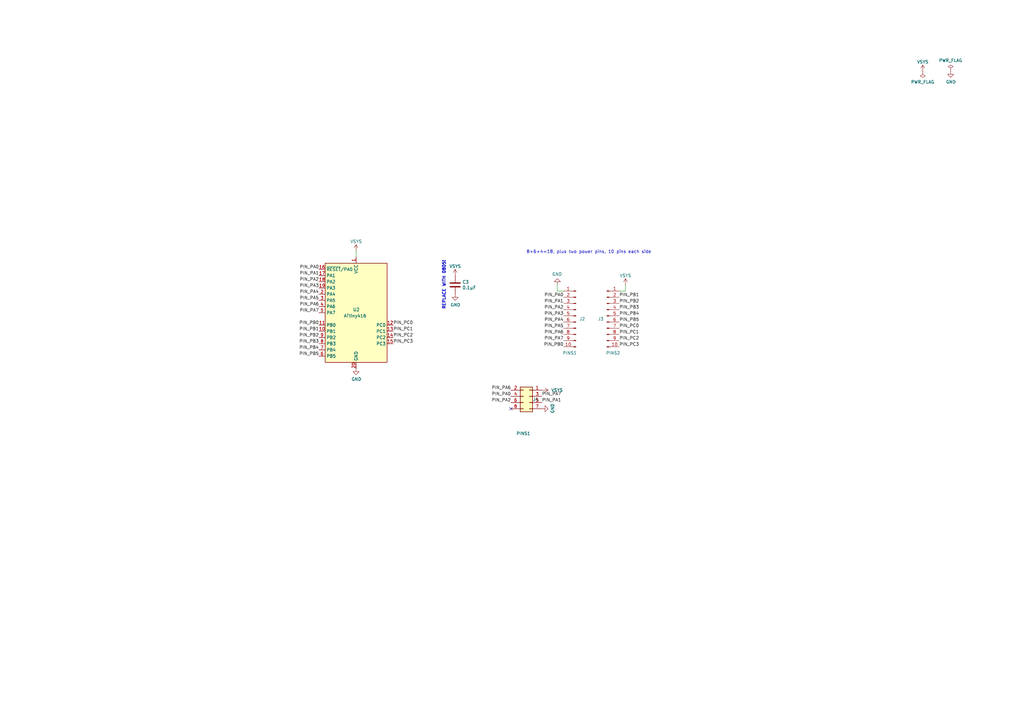
<source format=kicad_sch>
(kicad_sch (version 20211123) (generator eeschema)
  (paper "A3")
  (lib_symbols
    (symbol "Connector:Conn_01x10_Male" (pin_names (offset 1.016) hide)
      (property "Reference" "J" (at 0 12.7 0))
      (property "Value" "Conn_01x10_Male" (at 0 -15.24 0))
      (symbol "Conn_01x10_Male_1_1"
        (polyline (pts (xy 1.27 -12.7) (xy 0.8636 -12.7)) (stroke (width 0.1524)))
        (polyline (pts (xy 1.27 -10.16) (xy 0.8636 -10.16)) (stroke (width 0.1524)))
        (polyline (pts (xy 1.27 -7.62) (xy 0.8636 -7.62)) (stroke (width 0.1524)))
        (polyline (pts (xy 1.27 -5.08) (xy 0.8636 -5.08)) (stroke (width 0.1524)))
        (polyline (pts (xy 1.27 -2.54) (xy 0.8636 -2.54)) (stroke (width 0.1524)))
        (polyline (pts (xy 1.27 0) (xy 0.8636 0)) (stroke (width 0.1524)))
        (polyline (pts (xy 1.27 2.54) (xy 0.8636 2.54)) (stroke (width 0.1524)))
        (polyline (pts (xy 1.27 5.08) (xy 0.8636 5.08)) (stroke (width 0.1524)))
        (polyline (pts (xy 1.27 7.62) (xy 0.8636 7.62)) (stroke (width 0.1524)))
        (polyline (pts (xy 1.27 10.16) (xy 0.8636 10.16)) (stroke (width 0.1524)))
        (rectangle (start 0.8636 -12.573) (end 0 -12.827) (stroke (width 0.1524)) (fill (type outline)))
        (rectangle (start 0.8636 -10.033) (end 0 -10.287) (stroke (width 0.1524)) (fill (type outline)))
        (rectangle (start 0.8636 -7.493) (end 0 -7.747) (stroke (width 0.1524)) (fill (type outline)))
        (rectangle (start 0.8636 -4.953) (end 0 -5.207) (stroke (width 0.1524)) (fill (type outline)))
        (rectangle (start 0.8636 -2.413) (end 0 -2.667) (stroke (width 0.1524)) (fill (type outline)))
        (rectangle (start 0.8636 0.127) (end 0 -0.127) (stroke (width 0.1524)) (fill (type outline)))
        (rectangle (start 0.8636 2.667) (end 0 2.413) (stroke (width 0.1524)) (fill (type outline)))
        (rectangle (start 0.8636 5.207) (end 0 4.953) (stroke (width 0.1524)) (fill (type outline)))
        (rectangle (start 0.8636 7.747) (end 0 7.493) (stroke (width 0.1524)) (fill (type outline)))
        (rectangle (start 0.8636 10.287) (end 0 10.033) (stroke (width 0.1524)) (fill (type outline)))
        (pin passive line (at 5.08 10.16 180) (length 3.81) (name "Pin_1") (number "1"))
        (pin passive line (at 5.08 -12.7 180) (length 3.81) (name "Pin_10") (number "10"))
        (pin passive line (at 5.08 7.62 180) (length 3.81) (name "Pin_2") (number "2"))
        (pin passive line (at 5.08 5.08 180) (length 3.81) (name "Pin_3") (number "3"))
        (pin passive line (at 5.08 2.54 180) (length 3.81) (name "Pin_4") (number "4"))
        (pin passive line (at 5.08 0 180) (length 3.81) (name "Pin_5") (number "5"))
        (pin passive line (at 5.08 -2.54 180) (length 3.81) (name "Pin_6") (number "6"))
        (pin passive line (at 5.08 -5.08 180) (length 3.81) (name "Pin_7") (number "7"))
        (pin passive line (at 5.08 -7.62 180) (length 3.81) (name "Pin_8") (number "8"))
        (pin passive line (at 5.08 -10.16 180) (length 3.81) (name "Pin_9") (number "9"))
      )
    )
    (symbol "Connector_Generic:Conn_02x04_Odd_Even" (pin_names (offset 1.016) hide)
      (property "Reference" "J" (at 1.27 5.08 0))
      (property "Value" "Conn_02x04_Odd_Even" (at 1.27 -7.62 0))
      (symbol "Conn_02x04_Odd_Even_1_1"
        (rectangle (start -1.27 -4.953) (end 0 -5.207) (stroke (width 0.1524)))
        (rectangle (start -1.27 -2.413) (end 0 -2.667) (stroke (width 0.1524)))
        (rectangle (start -1.27 0.127) (end 0 -0.127) (stroke (width 0.1524)))
        (rectangle (start -1.27 2.667) (end 0 2.413) (stroke (width 0.1524)))
        (rectangle (start -1.27 3.81) (end 3.81 -6.35) (stroke (width 0.254)) (fill (type background)))
        (rectangle (start 3.81 -4.953) (end 2.54 -5.207) (stroke (width 0.1524)))
        (rectangle (start 3.81 -2.413) (end 2.54 -2.667) (stroke (width 0.1524)))
        (rectangle (start 3.81 0.127) (end 2.54 -0.127) (stroke (width 0.1524)))
        (rectangle (start 3.81 2.667) (end 2.54 2.413) (stroke (width 0.1524)))
        (pin passive line (at -5.08 2.54 0) (length 3.81) (name "Pin_1") (number "1"))
        (pin passive line (at 7.62 2.54 180) (length 3.81) (name "Pin_2") (number "2"))
        (pin passive line (at -5.08 0 0) (length 3.81) (name "Pin_3") (number "3"))
        (pin passive line (at 7.62 0 180) (length 3.81) (name "Pin_4") (number "4"))
        (pin passive line (at -5.08 -2.54 0) (length 3.81) (name "Pin_5") (number "5"))
        (pin passive line (at 7.62 -2.54 180) (length 3.81) (name "Pin_6") (number "6"))
        (pin passive line (at -5.08 -5.08 0) (length 3.81) (name "Pin_7") (number "7"))
        (pin passive line (at 7.62 -5.08 180) (length 3.81) (name "Pin_8") (number "8"))
      )
    )
    (symbol "Device:C" (pin_numbers hide) (pin_names (offset 0.254))
      (property "Reference" "C" (at 0.635 2.54 0))
      (property "Value" "C" (at 0.635 -2.54 0))
      (symbol "C_0_1"
        (polyline (pts (xy -2.032 -0.762) (xy 2.032 -0.762)) (stroke (width 0.508)))
        (polyline (pts (xy -2.032 0.762) (xy 2.032 0.762)) (stroke (width 0.508)))
      )
      (symbol "C_1_1"
        (pin passive line (at 0 3.81 270) (length 2.794) (name "~") (number "1"))
        (pin passive line (at 0 -3.81 90) (length 2.794) (name "~") (number "2"))
      )
    )
    (symbol "MCU_Microchip_ATtiny:ATtiny416-S"
      (property "Reference" "U" (at -12.7 21.59 0))
      (property "Value" "ATtiny416-S" (at 2.54 -21.59 0))
      (symbol "ATtiny416-S_0_1"
        (rectangle (start -12.7 -20.32) (end 12.7 20.32) (stroke (width 0.254)) (fill (type background)))
      )
      (symbol "ATtiny416-S_1_1"
        (pin power_in line (at 0 22.86 270) (length 2.54) (name "VCC") (number "1"))
        (pin bidirectional line (at 15.24 -7.62 180) (length 2.54) (name "PB1") (number "10"))
        (pin bidirectional line (at 15.24 -5.08 180) (length 2.54) (name "PB0") (number "11"))
        (pin bidirectional line (at -15.24 -5.08 0) (length 2.54) (name "PC0") (number "12"))
        (pin bidirectional line (at -15.24 -7.62 0) (length 2.54) (name "PC1") (number "13"))
        (pin bidirectional line (at -15.24 -10.16 0) (length 2.54) (name "PC2") (number "14"))
        (pin bidirectional line (at -15.24 -12.7 0) (length 2.54) (name "PC3") (number "15"))
        (pin bidirectional line (at 15.24 17.78 180) (length 2.54) (name "~{RESET}/PA0") (number "16"))
        (pin bidirectional line (at 15.24 15.24 180) (length 2.54) (name "PA1") (number "17"))
        (pin bidirectional line (at 15.24 12.7 180) (length 2.54) (name "PA2") (number "18"))
        (pin bidirectional line (at 15.24 10.16 180) (length 2.54) (name "PA3") (number "19"))
        (pin bidirectional line (at 15.24 7.62 180) (length 2.54) (name "PA4") (number "2"))
        (pin power_in line (at 0 -22.86 90) (length 2.54) (name "GND") (number "20"))
        (pin bidirectional line (at 15.24 5.08 180) (length 2.54) (name "PA5") (number "3"))
        (pin bidirectional line (at 15.24 2.54 180) (length 2.54) (name "PA6") (number "4"))
        (pin bidirectional line (at 15.24 0 180) (length 2.54) (name "PA7") (number "5"))
        (pin bidirectional line (at 15.24 -17.78 180) (length 2.54) (name "PB5") (number "6"))
        (pin bidirectional line (at 15.24 -15.24 180) (length 2.54) (name "PB4") (number "7"))
        (pin bidirectional line (at 15.24 -12.7 180) (length 2.54) (name "PB3") (number "8"))
        (pin bidirectional line (at 15.24 -10.16 180) (length 2.54) (name "PB2") (number "9"))
      )
    )
    (symbol "_my_kicad_library:VSYS" (power) (pin_names (offset 0))
      (property "Value" "VSYS" (at 0 3.81 0))
      (symbol "VSYS_0_1"
        (polyline (pts (xy -0.762 1.27) (xy 0 2.54)))
        (polyline (pts (xy 0 0) (xy 0 2.54)))
        (polyline (pts (xy 0 2.54) (xy 0.762 1.27)))
      )
      (symbol "VSYS_1_1"
        (pin power_in line (at 0 0 90) (length 0) hide (name "VSYS") (number "1"))
      )
    )
    (symbol "power:GND" (power) (pin_names (offset 0))
      (property "Value" "GND" (at 0 -3.81 0))
      (symbol "GND_0_1"
        (polyline (pts (xy 0 0) (xy 0 -1.27) (xy 1.27 -1.27) (xy 0 -2.54) (xy -1.27 -1.27) (xy 0 -1.27)))
      )
      (symbol "GND_1_1"
        (pin power_in line (at 0 0 270) (length 0) hide (name "GND") (number "1"))
      )
    )
    (symbol "power:PWR_FLAG" (power) (pin_numbers hide) (pin_names (offset 0) hide)
      (property "Value" "PWR_FLAG" (at 0 3.81 0))
      (symbol "PWR_FLAG_0_0"
        (pin power_out line (at 0 0 90) (length 0) (name "pwr") (number "1"))
      )
      (symbol "PWR_FLAG_0_1"
        (polyline (pts (xy 0 0) (xy 0 1.27) (xy -1.016 1.905) (xy 0 2.54) (xy 1.016 1.905) (xy 0 1.27)))
      )
    )
  )
  (no_connect (at 209.55 167.64))
  (wire (pts (xy 228.6 119.38) (xy 231.14 119.38)))
  (wire (pts (xy 146.05 102.87) (xy 146.05 105.41)))
  (wire (pts (xy 228.6 116.84) (xy 228.6 119.38)))
  (wire (pts (xy 256.54 116.84) (xy 256.54 119.38)))
  (wire (pts (xy 256.54 119.38) (xy 254 119.38)))
  (text "8+6+4=18, plus two power pins, 10 pins each side" (at 215.9 104.14 0) (effects (font (size 1.27 1.27)) (justify left bottom)))
  (text "REPLACE WITH 0805!" (at 182.88 127 90) (effects (font (size 1.27 1.27) (thickness 0.254) bold) (justify left bottom)))
  (label "PIN_PB5" (at 130.81 146.05 180))
  (label "PIN_PA0" (at 130.81 110.49 180))
  (label "PIN_PA2" (at 209.55 165.1 180))
  (label "PIN_PC0" (at 254 134.62 0))
  (label "PIN_PB3" (at 130.81 140.97 180))
  (label "PIN_PA7" (at 130.81 128.27 180))
  (label "PIN_PC1" (at 254 137.16 0))
  (label "PIN_PB2" (at 254 124.46 0))
  (label "PIN_PA1" (at 231.14 124.46 180))
  (label "PIN_PC1" (at 161.29 135.89 0))
  (label "PIN_PA7" (at 222.25 162.56 0))
  (label "PIN_PC2" (at 161.29 138.43 0))
  (label "PIN_PA5" (at 130.81 123.19 180))
  (label "PIN_PA2" (at 231.14 127 180))
  (label "PIN_PA4" (at 130.81 120.65 180))
  (label "PIN_PA6" (at 130.81 125.73 180))
  (label "PIN_PA6" (at 231.14 137.16 180))
  (label "PIN_PB5" (at 254 132.08 0))
  (label "PIN_PA2" (at 130.81 115.57 180))
  (label "PIN_PC3" (at 254 142.24 0))
  (label "PIN_PA1" (at 222.25 165.1 0))
  (label "PIN_PC2" (at 254 139.7 0))
  (label "PIN_PB1" (at 254 121.92 0))
  (label "PIN_PB1" (at 130.81 135.89 180))
  (label "PIN_PB0" (at 231.14 142.24 180))
  (label "PIN_PA1" (at 130.81 113.03 180))
  (label "PIN_PA7" (at 231.14 139.7 180))
  (label "PIN_PC0" (at 161.29 133.35 0))
  (label "PIN_PA0" (at 209.55 162.56 180))
  (label "PIN_PC3" (at 161.29 140.97 0))
  (label "PIN_PB0" (at 130.81 133.35 180))
  (label "PIN_PB3" (at 254 127 0))
  (label "PIN_PA0" (at 231.14 121.92 180))
  (label "PIN_PB4" (at 254 129.54 0))
  (label "PIN_PA5" (at 231.14 134.62 180))
  (label "PIN_PA3" (at 231.14 129.54 180))
  (label "PIN_PB2" (at 130.81 138.43 180))
  (label "PIN_PA3" (at 130.81 118.11 180))
  (label "PIN_PA4" (at 231.14 132.08 180))
  (label "PIN_PA6" (at 209.55 160.02 180))
  (label "PIN_PB4" (at 130.81 143.51 180))
  (symbol (lib_id "_my_kicad_library:VSYS") (at 186.69 113.03 0) (unit 1)
    (property "Reference" "#PWR016" (effects hide))
    (property "Value" "VSYS" (at 186.69 109.22 0))
  )
  (symbol (lib_id "Connector:Conn_01x10_Male") (at 236.22 129.54 0) (mirror y) (unit 1)
    (property "Reference" "J2" (at 238.76 130.81 0))
    (property "Value" "PINS1" (at 233.68 144.78 0))
    (property "Footprint" "Connector_PinHeader_2.54mm:PinHeader_1x10_P2.54mm_Vertical" (effects hide))
  )
  (symbol (lib_id "MCU_Microchip_ATtiny:ATtiny416-S") (at 146.05 128.27 0) (mirror y) (unit 1)
    (property "Reference" "U2" (at 144.78 127 0) (effects (justify right)))
    (property "Value" "ATtiny416" (at 140.97 129.54 0) (effects (justify right)))
    (property "Footprint" "Package_SO:SOIC-20W_7.5x12.8mm_P1.27mm" (effects hide))
    (property "Datasheet" "http://ww1.microchip.com/downloads/en/DeviceDoc/40001913A.pdf" (effects hide))
  )
  (symbol (lib_id "power:PWR_FLAG") (at 389.89 29.21 0) (unit 1)
    (property "Reference" "#FLG02" (effects hide))
    (property "Value" "PWR_FLAG" (at 389.89 24.7904 0))
  )
  (symbol (lib_id "power:GND") (at 222.25 167.64 90) (unit 1)
    (property "Reference" "#PWR0101" (effects hide))
    (property "Value" "GND" (at 226.6442 167.513 0))
  )
  (symbol (lib_id "power:GND") (at 389.89 29.21 0) (unit 1)
    (property "Reference" "#PWR023" (effects hide))
    (property "Value" "GND" (at 390.017 33.6042 0))
  )
  (symbol (lib_id "power:GND") (at 228.6 116.84 180) (unit 1)
    (property "Reference" "#PWR021" (effects hide))
    (property "Value" "GND" (at 228.473 112.4458 0))
  )
  (symbol (lib_id "Connector_Generic:Conn_02x04_Odd_Even") (at 217.17 162.56 0) (mirror y) (unit 1)
    (property "Reference" "J4" (at 219.71 163.83 0))
    (property "Value" "PINS1" (at 214.63 177.8 0))
    (property "Footprint" "Connector_PinHeader_2.54mm:PinHeader_2x04_P2.54mm_Vertical" (effects hide))
  )
  (symbol (lib_id "_my_kicad_library:VSYS") (at 146.05 102.87 0) (unit 1)
    (property "Reference" "#PWR014" (effects hide))
    (property "Value" "VSYS" (at 146.05 99.06 0))
  )
  (symbol (lib_id "_my_kicad_library:VSYS") (at 222.25 160.02 270) (unit 1)
    (property "Reference" "#PWR0102" (effects hide))
    (property "Value" "VSYS" (at 226.06 160.0199 90) (effects (justify left)))
  )
  (symbol (lib_id "power:PWR_FLAG") (at 378.46 29.21 180) (unit 1)
    (property "Reference" "#FLG01" (effects hide))
    (property "Value" "PWR_FLAG" (at 378.46 33.6296 0))
  )
  (symbol (lib_id "_my_kicad_library:VSYS") (at 256.54 116.84 0) (unit 1)
    (property "Reference" "#PWR020" (effects hide))
    (property "Value" "VSYS" (at 256.54 113.03 0))
  )
  (symbol (lib_id "Connector:Conn_01x10_Male") (at 248.92 129.54 0) (unit 1)
    (property "Reference" "J3" (at 246.38 130.81 0))
    (property "Value" "PINS2" (at 251.46 144.78 0))
    (property "Footprint" "Connector_PinHeader_2.54mm:PinHeader_1x10_P2.54mm_Vertical" (effects hide))
  )
  (symbol (lib_id "power:GND") (at 186.69 120.65 0) (unit 1)
    (property "Reference" "#PWR017" (effects hide))
    (property "Value" "GND" (at 186.817 125.0442 0))
  )
  (symbol (lib_id "power:GND") (at 146.05 151.13 0) (unit 1)
    (property "Reference" "#PWR015" (effects hide))
    (property "Value" "GND" (at 146.177 155.5242 0))
  )
  (symbol (lib_id "_my_kicad_library:VSYS") (at 378.46 29.21 0) (unit 1)
    (property "Reference" "#PWR022" (effects hide))
    (property "Value" "VSYS" (at 378.46 25.4 0))
  )
  (symbol (lib_id "Device:C") (at 186.69 116.84 0) (unit 1)
    (property "Reference" "C3" (at 189.611 115.6716 0) (effects (justify left)))
    (property "Value" "0.1μF" (at 189.611 117.983 0) (effects (justify left)))
    (property "Footprint" "mine:my_C_0805_2012Metric_Pad1.15x1.40mm_HandSolder" (effects hide))
    (property "LCSC" "C14663" (effects hide))
  )
)
</source>
